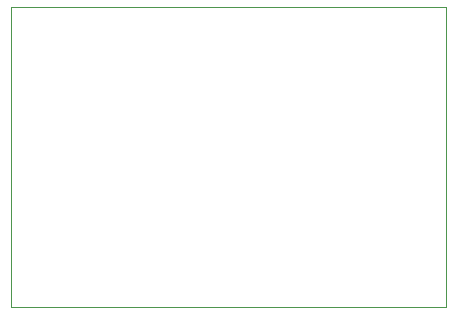
<source format=gko>
G75*
G70*
%OFA0B0*%
%FSLAX24Y24*%
%IPPOS*%
%LPD*%
%AMOC8*
5,1,8,0,0,1.08239X$1,22.5*
%
%ADD10C,0.0000*%
D10*
X000790Y000250D02*
X000790Y010250D01*
X015290Y010250D01*
X015290Y000250D01*
X000790Y000250D01*
M02*

</source>
